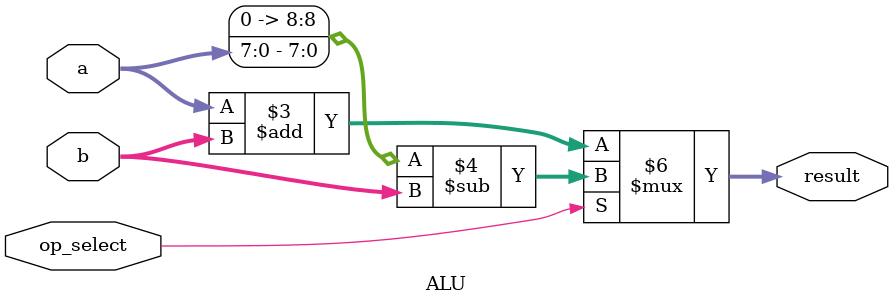
<source format=sv>
`timescale 1ns / 1ps


module ALU #(parameter n = 8)( 
    input logic [n - 1: 0] a, b,
    input logic op_select,
    output logic [n: 0]result
    );
    
    always_comb begin
        
        if (op_select == 0) begin
           result = a + b;
        end
        
        else begin 
        result = {1'b0, a} - b;
        
        end
        
    end
    
endmodule 

</source>
